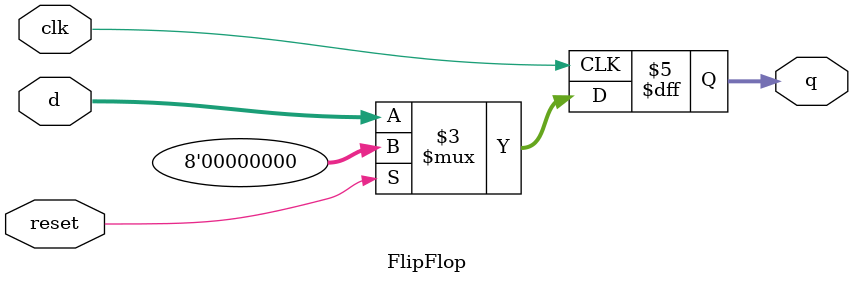
<source format=v>

`timescale 1ns/1ps
module FlipFlop(clk, reset, d, q);

    // -------- I/O Signals --------
    // clk   : system clock
    // reset : synchronous reset (active high)
    // d     : next-state input
    // q     : registered output (current state)
    input       clk;
    input       reset;
    input [7:0] d;
    output reg [7:0] q;
 
    // -------- Functional Behavior --------
    // On every rising edge of the clock:
    // - If reset is asserted, clear the register to 0
    // - Otherwise, latch the input value 'd' into 'q'
    always @(posedge clk) begin
        if (reset) begin
            q <= 8'b0;   // Reset PC or register value
        end
        else begin
            q <= d;      // Normal state update
        end
    end

endmodule // FlipFlop

</source>
